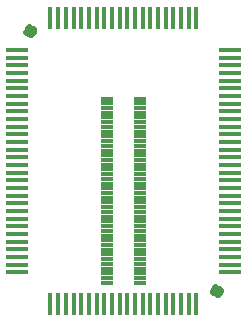
<source format=gts>
G04*
G04 #@! TF.GenerationSoftware,Altium Limited,Altium Designer,21.7.2 (23)*
G04*
G04 Layer_Color=8388736*
%FSAX44Y44*%
%MOMM*%
G71*
G04*
G04 #@! TF.SameCoordinates,8073F22B-F9D6-4515-8FA4-32CADCE011FE*
G04*
G04*
G04 #@! TF.FilePolarity,Negative*
G04*
G01*
G75*
%ADD15C,0.9000*%
%ADD16R,1.0500X0.3000*%
%ADD17R,1.9000X0.4500*%
%ADD18R,0.4500X1.9000*%
D15*
X00912250Y00368500D02*
G03*
X00912250Y00368500I-00001500J00000000D01*
G01*
X00754250Y00588500D02*
G03*
X00754250Y00588500I-00001500J00000000D01*
G01*
D16*
X00817600Y00515500D02*
D03*
Y00511500D02*
D03*
Y00507500D02*
D03*
Y00531500D02*
D03*
Y00527500D02*
D03*
Y00523500D02*
D03*
Y00519500D02*
D03*
X00845900Y00515500D02*
D03*
Y00511500D02*
D03*
Y00507500D02*
D03*
Y00531500D02*
D03*
Y00527500D02*
D03*
Y00523500D02*
D03*
Y00519500D02*
D03*
Y00491500D02*
D03*
X00817600D02*
D03*
Y00495500D02*
D03*
X00845900D02*
D03*
X00817600Y00499500D02*
D03*
X00845900D02*
D03*
X00817600Y00503500D02*
D03*
X00845900D02*
D03*
Y00475500D02*
D03*
X00817600D02*
D03*
Y00479500D02*
D03*
X00845900D02*
D03*
X00817600Y00483500D02*
D03*
X00845900D02*
D03*
X00817600Y00487500D02*
D03*
X00845900D02*
D03*
Y00459500D02*
D03*
X00817600D02*
D03*
Y00463500D02*
D03*
X00845900D02*
D03*
X00817600Y00467500D02*
D03*
X00845900D02*
D03*
X00817600Y00471500D02*
D03*
X00845900D02*
D03*
Y00443500D02*
D03*
X00817600D02*
D03*
Y00447500D02*
D03*
X00845900D02*
D03*
X00817600Y00451500D02*
D03*
X00845900D02*
D03*
X00817600Y00455500D02*
D03*
X00845900D02*
D03*
Y00427500D02*
D03*
X00817600D02*
D03*
Y00431500D02*
D03*
X00845900D02*
D03*
X00817600Y00435500D02*
D03*
X00845900D02*
D03*
X00817600Y00439500D02*
D03*
X00845900D02*
D03*
Y00411500D02*
D03*
X00817600D02*
D03*
Y00415500D02*
D03*
X00845900D02*
D03*
X00817600Y00419500D02*
D03*
X00845900D02*
D03*
X00817600Y00423500D02*
D03*
X00845900D02*
D03*
Y00395500D02*
D03*
X00817600D02*
D03*
Y00399500D02*
D03*
X00845900D02*
D03*
X00817600Y00403500D02*
D03*
X00845900D02*
D03*
X00817600Y00407500D02*
D03*
X00845900D02*
D03*
Y00391500D02*
D03*
X00817600D02*
D03*
X00845900Y00387500D02*
D03*
X00817600D02*
D03*
X00845900Y00383500D02*
D03*
X00817600D02*
D03*
X00845900Y00375500D02*
D03*
X00817600Y00379500D02*
D03*
Y00375500D02*
D03*
X00845900Y00379500D02*
D03*
D17*
X00741750Y00566250D02*
D03*
Y00572750D02*
D03*
Y00559750D02*
D03*
Y00546750D02*
D03*
Y00553250D02*
D03*
Y00533750D02*
D03*
Y00540250D02*
D03*
Y00520750D02*
D03*
Y00527250D02*
D03*
Y00507750D02*
D03*
Y00514250D02*
D03*
Y00494750D02*
D03*
Y00501250D02*
D03*
Y00481750D02*
D03*
Y00488250D02*
D03*
Y00397250D02*
D03*
Y00390750D02*
D03*
Y00410250D02*
D03*
Y00403750D02*
D03*
Y00423250D02*
D03*
Y00416750D02*
D03*
Y00436250D02*
D03*
Y00429750D02*
D03*
Y00449250D02*
D03*
Y00442750D02*
D03*
Y00462250D02*
D03*
Y00455750D02*
D03*
Y00468750D02*
D03*
Y00475250D02*
D03*
Y00384250D02*
D03*
X00921750Y00572750D02*
D03*
Y00481750D02*
D03*
Y00488250D02*
D03*
Y00501250D02*
D03*
Y00494750D02*
D03*
Y00514250D02*
D03*
Y00507750D02*
D03*
Y00527250D02*
D03*
Y00520750D02*
D03*
Y00540250D02*
D03*
Y00533750D02*
D03*
Y00553250D02*
D03*
Y00546750D02*
D03*
Y00566250D02*
D03*
Y00559750D02*
D03*
Y00468750D02*
D03*
Y00475250D02*
D03*
Y00455750D02*
D03*
Y00462250D02*
D03*
Y00442750D02*
D03*
Y00449250D02*
D03*
Y00429750D02*
D03*
Y00436250D02*
D03*
Y00416750D02*
D03*
Y00423250D02*
D03*
Y00403750D02*
D03*
Y00410250D02*
D03*
Y00397250D02*
D03*
Y00384250D02*
D03*
Y00390750D02*
D03*
D18*
X00867500Y00357500D02*
D03*
X00874000D02*
D03*
X00887000D02*
D03*
X00880500D02*
D03*
X00893500D02*
D03*
X00854500D02*
D03*
X00861000D02*
D03*
X00841500D02*
D03*
X00848000D02*
D03*
X00828500D02*
D03*
X00835000D02*
D03*
X00815500D02*
D03*
X00822000D02*
D03*
X00802500D02*
D03*
X00809000D02*
D03*
X00789500D02*
D03*
X00796000D02*
D03*
X00783000D02*
D03*
X00770000D02*
D03*
X00776500D02*
D03*
X00887000Y00599500D02*
D03*
X00893500D02*
D03*
X00880500D02*
D03*
X00867500D02*
D03*
X00874000D02*
D03*
X00854500D02*
D03*
X00861000D02*
D03*
X00841500D02*
D03*
X00848000D02*
D03*
X00828500D02*
D03*
X00835000D02*
D03*
X00815500D02*
D03*
X00822000D02*
D03*
X00802500D02*
D03*
X00809000D02*
D03*
X00770000D02*
D03*
X00783000D02*
D03*
X00776500D02*
D03*
X00789500D02*
D03*
X00796000D02*
D03*
M02*

</source>
